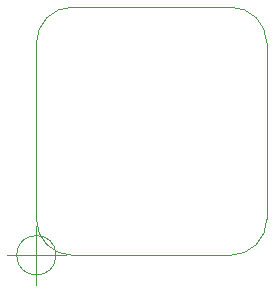
<source format=gm1>
G04 #@! TF.GenerationSoftware,KiCad,Pcbnew,5.1.10-88a1d61d58~90~ubuntu20.04.1*
G04 #@! TF.CreationDate,2021-09-13T06:15:53-04:00*
G04 #@! TF.ProjectId,SpaceCenter_TouchBoard_KiCAD,53706163-6543-4656-9e74-65725f546f75,rev?*
G04 #@! TF.SameCoordinates,Original*
G04 #@! TF.FileFunction,Profile,NP*
%FSLAX46Y46*%
G04 Gerber Fmt 4.6, Leading zero omitted, Abs format (unit mm)*
G04 Created by KiCad (PCBNEW 5.1.10-88a1d61d58~90~ubuntu20.04.1) date 2021-09-13 06:15:53*
%MOMM*%
%LPD*%
G01*
G04 APERTURE LIST*
G04 #@! TA.AperFunction,Profile*
%ADD10C,0.050000*%
G04 #@! TD*
G04 APERTURE END LIST*
D10*
X129149266Y-107111800D02*
G75*
G03*
X129149266Y-107111800I-1666666J0D01*
G01*
X124982600Y-107111800D02*
X129982600Y-107111800D01*
X127482600Y-104611800D02*
X127482600Y-109611800D01*
X143941800Y-86106000D02*
X130530600Y-86106000D01*
X146989800Y-104063800D02*
X146989800Y-89154000D01*
X130530600Y-107111800D02*
X143941800Y-107111800D01*
X127482600Y-89154000D02*
X127482600Y-104063800D01*
X146989800Y-104063800D02*
G75*
G02*
X143941800Y-107111800I-3048000J0D01*
G01*
X130530600Y-107111800D02*
G75*
G02*
X127482600Y-104063800I0J3048000D01*
G01*
X127482600Y-89154000D02*
G75*
G02*
X130530600Y-86106000I3048000J0D01*
G01*
X143941800Y-86106000D02*
G75*
G02*
X146989800Y-89154000I0J-3048000D01*
G01*
M02*

</source>
